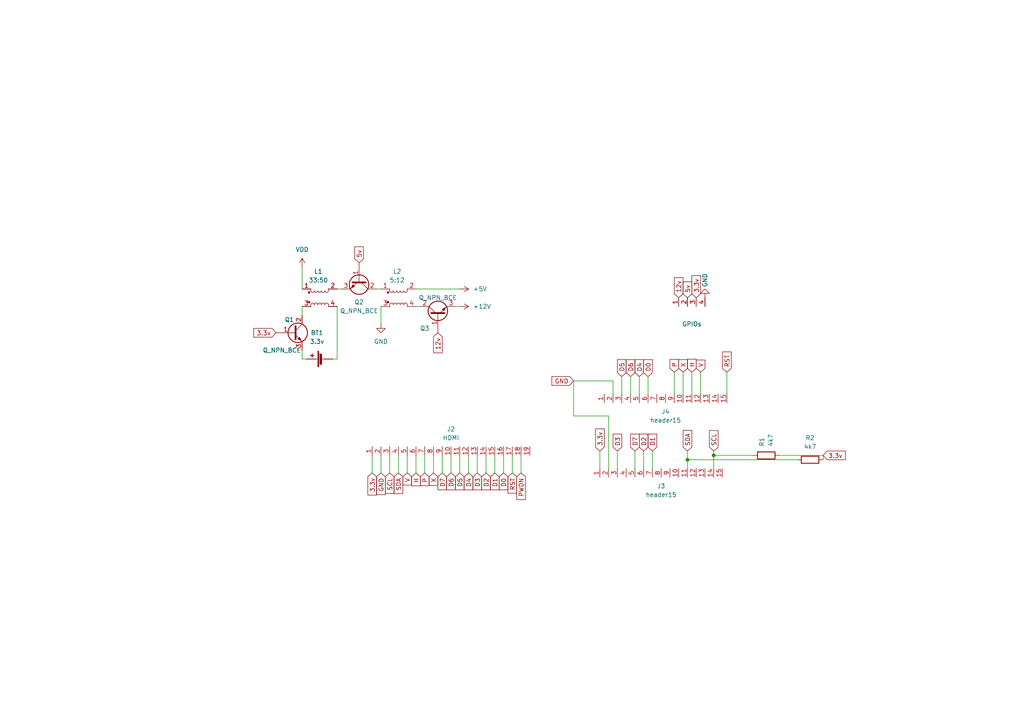
<source format=kicad_sch>
(kicad_sch (version 20211123) (generator eeschema)
  (paper "A4")
  (lib_symbols
    (symbol "Device:Battery_Cell" (pin_numbers hide) (pin_names (offset 0) hide)
      (property "Reference" "BT" (at 2.54 2.54 0))
      (property "Value" "Battery_Cell" (at 2.54 0 0))
      (symbol "Battery_Cell_0_1"
        (rectangle (start -2.286 1.778) (end 2.286 1.524) (fill (type outline)))
        (rectangle (start -1.5748 1.1938) (end 1.4732 0.6858) (fill (type outline)))
        (polyline (pts (xy 0 0.762) (xy 0 0)))
        (polyline (pts (xy 0 1.778) (xy 0 2.54)))
        (polyline (pts (xy 0.508 3.429) (xy 1.524 3.429)) (stroke (width 0.254)))
        (polyline (pts (xy 1.016 3.937) (xy 1.016 2.921)) (stroke (width 0.254)))
      )
      (symbol "Battery_Cell_1_1"
        (pin passive line (at 0 5.08 270) (length 2.54) (name "+") (number "1"))
        (pin passive line (at 0 -2.54 90) (length 2.54) (name "-") (number "2"))
      )
    )
    (symbol "Device:L_Coupled" (pin_names (offset 0.254) hide)
      (property "Reference" "L" (at 0 4.445 0))
      (property "Value" "L_Coupled" (at 0 -4.445 0))
      (symbol "L_Coupled_0_1"
        (circle (center -3.048 -1.27) (radius 0.254) (fill (type outline)))
        (circle (center -3.048 1.524) (radius 0.254) (fill (type outline)))
        (arc (start -2.54 2.032) (mid -2.032 1.524) (end -1.524 2.032))
        (arc (start -1.524 -2.032) (mid -2.032 -1.524) (end -2.54 -2.032))
        (arc (start -1.524 2.032) (mid -1.016 1.524) (end -0.508 2.032))
        (arc (start -0.508 -2.032) (mid -1.016 -1.524) (end -1.524 -2.032))
        (arc (start -0.508 2.032) (mid 0 1.524) (end 0.508 2.032))
        (polyline (pts (xy -2.54 -2.032) (xy -2.54 -2.54)))
        (polyline (pts (xy -2.54 2.032) (xy -2.54 2.54)))
        (polyline (pts (xy 2.54 -2.032) (xy 2.54 -2.54)))
        (polyline (pts (xy 2.54 2.54) (xy 2.54 2.032)))
        (arc (start 0.508 -2.032) (mid 0 -1.524) (end -0.508 -2.032))
        (arc (start 0.508 2.032) (mid 1.016 1.524) (end 1.524 2.032))
        (arc (start 1.524 -2.032) (mid 1.016 -1.524) (end 0.508 -2.032))
        (arc (start 1.524 2.032) (mid 2.032 1.524) (end 2.54 2.032))
        (arc (start 2.54 -2.032) (mid 2.032 -1.524) (end 1.524 -2.032))
      )
      (symbol "L_Coupled_1_1"
        (pin passive line (at -5.08 2.54 0) (length 2.54) (name "1") (number "1"))
        (pin passive line (at 5.08 2.54 180) (length 2.54) (name "2") (number "2"))
        (pin passive line (at -5.08 -2.54 0) (length 2.54) (name "3") (number "3"))
        (pin passive line (at 5.08 -2.54 180) (length 2.54) (name "4") (number "4"))
      )
    )
    (symbol "Device:Q_NPN_BCE" (pin_names (offset 0) hide)
      (property "Reference" "Q" (at 5.08 1.27 0))
      (property "Value" "Q_NPN_BCE" (at 5.08 -1.27 0))
      (symbol "Q_NPN_BCE_0_1"
        (polyline (pts (xy 0.635 0.635) (xy 2.54 2.54)))
        (polyline (pts (xy 0.635 -0.635) (xy 2.54 -2.54) (xy 2.54 -2.54)))
        (polyline (pts (xy 0.635 1.905) (xy 0.635 -1.905) (xy 0.635 -1.905)) (stroke (width 0.508)))
        (polyline (pts (xy 1.27 -1.778) (xy 1.778 -1.27) (xy 2.286 -2.286) (xy 1.27 -1.778) (xy 1.27 -1.778)) (fill (type outline)))
        (circle (center 1.27 0) (radius 2.8194) (stroke (width 0.254)))
      )
      (symbol "Q_NPN_BCE_1_1"
        (pin input line (at -5.08 0 0) (length 5.715) (name "B") (number "1"))
        (pin passive line (at 2.54 5.08 270) (length 2.54) (name "C") (number "2"))
        (pin passive line (at 2.54 -5.08 90) (length 2.54) (name "E") (number "3"))
      )
    )
    (symbol "Device:R" (pin_numbers hide) (pin_names (offset 0))
      (property "Reference" "R" (at 2.032 0 90))
      (property "Value" "R" (at 0 0 90))
      (symbol "R_0_1"
        (rectangle (start -1.016 -2.54) (end 1.016 2.54) (stroke (width 0.254)))
      )
      (symbol "R_1_1"
        (pin passive line (at 0 3.81 270) (length 1.27) (name "~") (number "1"))
        (pin passive line (at 0 -3.81 90) (length 1.27) (name "~") (number "2"))
      )
    )
    (symbol "Header:HDMI" (pin_names (offset 1.016))
      (property "Reference" "J" (at 0 -7.62 0))
      (property "Value" "HDMI" (at 0 3.81 0))
      (symbol "HDMI_1_1"
        (pin input line (at -22.86 -1.27 90) (length 2.54) (name "~") (number "1"))
        (pin input line (at 0 -1.27 90) (length 2.54) (name "~") (number "10"))
        (pin input line (at 2.54 -1.27 90) (length 2.54) (name "~") (number "11"))
        (pin input line (at 5.08 -1.27 90) (length 2.54) (name "~") (number "12"))
        (pin input line (at 7.62 -1.27 90) (length 2.54) (name "~") (number "13"))
        (pin input line (at 10.16 -1.27 90) (length 2.54) (name "~") (number "14"))
        (pin input line (at 12.7 -1.27 90) (length 2.54) (name "~") (number "15"))
        (pin input line (at 15.24 -1.27 90) (length 2.54) (name "~") (number "16"))
        (pin input line (at 17.78 -1.27 90) (length 2.54) (name "~") (number "17"))
        (pin input line (at 20.32 -1.27 90) (length 2.54) (name "~") (number "18"))
        (pin input line (at 22.86 -1.27 90) (length 2.54) (name "~") (number "19"))
        (pin input line (at -20.32 -1.27 90) (length 2.54) (name "~") (number "2"))
        (pin input line (at -17.78 -1.27 90) (length 2.54) (name "~") (number "3"))
        (pin input line (at -15.24 -1.27 90) (length 2.54) (name "~") (number "4"))
        (pin input line (at -12.7 -1.27 90) (length 2.54) (name "~") (number "5"))
        (pin input line (at -10.16 -1.27 90) (length 2.54) (name "~") (number "6"))
        (pin input line (at -7.62 -1.27 90) (length 2.54) (name "~") (number "7"))
        (pin input line (at -5.08 -1.27 90) (length 2.54) (name "~") (number "8"))
        (pin input line (at -2.54 -1.27 90) (length 2.54) (name "~") (number "9"))
      )
    )
    (symbol "Header:header15" (pin_names (offset 1.016))
      (property "Reference" "J" (at 0 8.89 0))
      (property "Value" "header15" (at -1.27 -2.54 0))
      (symbol "header15_1_1"
        (pin input line (at -17.78 3.81 270) (length 2.54) (name "~") (number "1"))
        (pin input line (at 5.08 3.81 270) (length 2.54) (name "~") (number "10"))
        (pin input line (at 7.62 3.81 270) (length 2.54) (name "~") (number "11"))
        (pin input line (at 10.16 3.81 270) (length 2.54) (name "~") (number "12"))
        (pin input line (at 12.7 3.81 270) (length 2.54) (name "~") (number "13"))
        (pin input line (at 15.24 3.81 270) (length 2.54) (name "~") (number "14"))
        (pin input line (at 17.78 3.81 270) (length 2.54) (name "~") (number "15"))
        (pin input line (at -15.24 3.81 270) (length 2.54) (name "~") (number "2"))
        (pin input line (at -12.7 3.81 270) (length 2.54) (name "~") (number "3"))
        (pin input line (at -10.16 3.81 270) (length 2.54) (name "~") (number "4"))
        (pin input line (at -7.62 3.81 270) (length 2.54) (name "~") (number "5"))
        (pin input line (at -5.08 3.81 270) (length 2.54) (name "~") (number "6"))
        (pin input line (at -2.54 3.81 270) (length 2.54) (name "~") (number "7"))
        (pin input line (at 0 3.81 270) (length 2.54) (name "~") (number "8"))
        (pin input line (at 2.54 3.81 270) (length 2.54) (name "~") (number "9"))
      )
    )
    (symbol "Header:header4" (pin_names (offset 1.016))
      (property "Reference" "J" (at 0 -3.81 0))
      (property "Value" "header4" (at 0 6.35 0))
      (symbol "header4_1_1"
        (pin input line (at -3.81 1.27 270) (length 2.54) (name "~") (number "1"))
        (pin input line (at -1.27 1.27 270) (length 2.54) (name "~") (number "2"))
        (pin input line (at 1.27 1.27 270) (length 2.54) (name "~") (number "3"))
        (pin input line (at 3.81 1.27 270) (length 2.54) (name "~") (number "4"))
      )
    )
    (symbol "power:+12V" (power) (pin_names (offset 0))
      (property "Value" "+12V" (at 0 3.556 0))
      (symbol "+12V_0_1"
        (polyline (pts (xy -0.762 1.27) (xy 0 2.54)))
        (polyline (pts (xy 0 0) (xy 0 2.54)))
        (polyline (pts (xy 0 2.54) (xy 0.762 1.27)))
      )
      (symbol "+12V_1_1"
        (pin power_in line (at 0 0 90) (length 0) hide (name "+12V") (number "1"))
      )
    )
    (symbol "power:+5V" (power) (pin_names (offset 0))
      (property "Value" "+5V" (at 0 3.556 0))
      (symbol "+5V_0_1"
        (polyline (pts (xy -0.762 1.27) (xy 0 2.54)))
        (polyline (pts (xy 0 0) (xy 0 2.54)))
        (polyline (pts (xy 0 2.54) (xy 0.762 1.27)))
      )
      (symbol "+5V_1_1"
        (pin power_in line (at 0 0 90) (length 0) hide (name "+5V") (number "1"))
      )
    )
    (symbol "power:GND" (power) (pin_names (offset 0))
      (property "Value" "GND" (at 0 -3.81 0))
      (symbol "GND_0_1"
        (polyline (pts (xy 0 0) (xy 0 -1.27) (xy 1.27 -1.27) (xy 0 -2.54) (xy -1.27 -1.27) (xy 0 -1.27)))
      )
      (symbol "GND_1_1"
        (pin power_in line (at 0 0 270) (length 0) hide (name "GND") (number "1"))
      )
    )
    (symbol "power:VDD" (power) (pin_names (offset 0))
      (property "Value" "VDD" (at 0 3.81 0))
      (symbol "VDD_0_1"
        (polyline (pts (xy -0.762 1.27) (xy 0 2.54)))
        (polyline (pts (xy 0 0) (xy 0 2.54)))
        (polyline (pts (xy 0 2.54) (xy 0.762 1.27)))
      )
      (symbol "VDD_1_1"
        (pin power_in line (at 0 0 90) (length 0) hide (name "VDD") (number "1"))
      )
    )
  )
  (junction (at 199.39 133.35))
  (junction (at 207.01 132.08))
  (wire (pts (xy 107.95 132.08) (xy 107.95 137.16)))
  (wire (pts (xy 185.42 109.22) (xy 185.42 114.3)))
  (wire (pts (xy 177.8 110.49) (xy 166.37 110.49)))
  (wire (pts (xy 113.03 132.08) (xy 113.03 137.16)))
  (wire (pts (xy 125.73 132.08) (xy 125.73 137.16)))
  (wire (pts (xy 207.01 132.08) (xy 218.44 132.08)))
  (wire (pts (xy 176.53 120.65) (xy 166.37 120.65)))
  (wire (pts (xy 180.34 109.22) (xy 180.34 114.3)))
  (wire (pts (xy 128.27 132.08) (xy 128.27 137.16)))
  (wire (pts (xy 198.12 107.95) (xy 198.12 114.3)))
  (wire (pts (xy 200.66 107.95) (xy 200.66 114.3)))
  (wire (pts (xy 135.89 132.08) (xy 135.89 137.16)))
  (wire (pts (xy 210.82 107.95) (xy 210.82 114.3)))
  (wire (pts (xy 199.39 130.81) (xy 199.39 133.35)))
  (wire (pts (xy 203.2 107.95) (xy 203.2 114.3)))
  (wire (pts (xy 176.53 135.89) (xy 176.53 120.65)))
  (wire (pts (xy 120.65 83.82) (xy 133.35 83.82)))
  (wire (pts (xy 123.19 132.08) (xy 123.19 137.16)))
  (wire (pts (xy 195.58 107.95) (xy 195.58 114.3)))
  (wire (pts (xy 182.88 109.22) (xy 182.88 114.3)))
  (wire (pts (xy 173.99 130.81) (xy 173.99 135.89)))
  (wire (pts (xy 187.96 109.22) (xy 187.96 114.3)))
  (wire (pts (xy 109.22 83.82) (xy 110.49 83.82)))
  (wire (pts (xy 146.05 132.08) (xy 146.05 137.16)))
  (wire (pts (xy 118.11 132.08) (xy 118.11 137.16)))
  (wire (pts (xy 186.69 130.81) (xy 186.69 135.89)))
  (wire (pts (xy 120.65 132.08) (xy 120.65 137.16)))
  (wire (pts (xy 226.06 132.08) (xy 238.76 132.08)))
  (wire (pts (xy 148.59 132.08) (xy 148.59 137.16)))
  (wire (pts (xy 97.79 104.14) (xy 96.52 104.14)))
  (wire (pts (xy 130.81 132.08) (xy 130.81 137.16)))
  (wire (pts (xy 87.63 104.14) (xy 88.9 104.14)))
  (wire (pts (xy 166.37 120.65) (xy 166.37 110.49)))
  (wire (pts (xy 143.51 132.08) (xy 143.51 137.16)))
  (wire (pts (xy 115.57 132.08) (xy 115.57 137.16)))
  (wire (pts (xy 120.65 88.9) (xy 121.92 88.9)))
  (wire (pts (xy 199.39 133.35) (xy 231.14 133.35)))
  (wire (pts (xy 184.15 130.81) (xy 184.15 135.89)))
  (wire (pts (xy 177.8 114.3) (xy 177.8 110.49)))
  (wire (pts (xy 207.01 132.08) (xy 207.01 135.89)))
  (wire (pts (xy 87.63 77.47) (xy 87.63 83.82)))
  (wire (pts (xy 133.35 132.08) (xy 133.35 137.16)))
  (wire (pts (xy 238.76 132.08) (xy 238.76 133.35)))
  (wire (pts (xy 189.23 130.81) (xy 189.23 135.89)))
  (wire (pts (xy 110.49 88.9) (xy 110.49 93.98)))
  (wire (pts (xy 87.63 101.6) (xy 87.63 104.14)))
  (wire (pts (xy 110.49 132.08) (xy 110.49 137.16)))
  (wire (pts (xy 97.79 83.82) (xy 99.06 83.82)))
  (wire (pts (xy 140.97 132.08) (xy 140.97 137.16)))
  (wire (pts (xy 151.13 132.08) (xy 151.13 137.16)))
  (wire (pts (xy 207.01 130.81) (xy 207.01 132.08)))
  (wire (pts (xy 138.43 132.08) (xy 138.43 137.16)))
  (wire (pts (xy 97.79 88.9) (xy 97.79 104.14)))
  (wire (pts (xy 199.39 133.35) (xy 199.39 135.89)))
  (wire (pts (xy 87.63 88.9) (xy 87.63 91.44)))
  (wire (pts (xy 132.08 88.9) (xy 133.35 88.9)))
  (wire (pts (xy 179.07 130.81) (xy 179.07 135.89)))
  (global_label "D1" (shape input) (at 143.51 137.16 270) (property "插入图纸页参考" "${INTERSHEET_REFS}" (effects hide)))
  (global_label "SDA" (shape input) (at 199.39 130.81 90) (property "插入图纸页参考" "${INTERSHEET_REFS}" (effects hide)))
  (global_label "V" (shape input) (at 203.2 107.95 90) (property "插入图纸页参考" "${INTERSHEET_REFS}" (effects hide)))
  (global_label "5v" (shape input) (at 104.14 76.2 90) (property "插入图纸页参考" "${INTERSHEET_REFS}" (effects hide)))
  (global_label "D2" (shape input) (at 186.69 130.81 90) (property "插入图纸页参考" "${INTERSHEET_REFS}" (effects hide)))
  (global_label "3.3v" (shape input) (at 80.01 96.52 180) (property "插入图纸页参考" "${INTERSHEET_REFS}" (effects hide)))
  (global_label "D3" (shape input) (at 138.43 137.16 270) (property "插入图纸页参考" "${INTERSHEET_REFS}" (effects hide)))
  (global_label "D6" (shape input) (at 182.88 109.22 90) (property "插入图纸页参考" "${INTERSHEET_REFS}" (effects hide)))
  (global_label "H" (shape input) (at 120.65 137.16 270) (property "插入图纸页参考" "${INTERSHEET_REFS}" (effects hide)))
  (global_label "SDA" (shape input) (at 115.57 137.16 270) (property "插入图纸页参考" "${INTERSHEET_REFS}" (effects hide)))
  (global_label "RST" (shape input) (at 210.82 107.95 90) (property "插入图纸页参考" "${INTERSHEET_REFS}" (effects hide)))
  (global_label "D0" (shape input) (at 187.96 109.22 90) (property "插入图纸页参考" "${INTERSHEET_REFS}" (effects hide)))
  (global_label "D4" (shape input) (at 185.42 109.22 90) (property "插入图纸页参考" "${INTERSHEET_REFS}" (effects hide)))
  (global_label "D3" (shape input) (at 179.07 130.81 90) (property "插入图纸页参考" "${INTERSHEET_REFS}" (effects hide)))
  (global_label "SCL" (shape input) (at 113.03 137.16 270) (property "插入图纸页参考" "${INTERSHEET_REFS}" (effects hide)))
  (global_label "D5" (shape input) (at 180.34 109.22 90) (property "插入图纸页参考" "${INTERSHEET_REFS}" (effects hide)))
  (global_label "H" (shape input) (at 200.66 107.95 90) (property "插入图纸页参考" "${INTERSHEET_REFS}" (effects hide)))
  (global_label "3.3v" (shape input) (at 107.95 137.16 270) (property "插入图纸页参考" "${INTERSHEET_REFS}" (effects hide)))
  (global_label "X" (shape input) (at 198.12 107.95 90) (property "插入图纸页参考" "${INTERSHEET_REFS}" (effects hide)))
  (global_label "D7" (shape input) (at 184.15 130.81 90) (property "插入图纸页参考" "${INTERSHEET_REFS}" (effects hide)))
  (global_label "D6" (shape input) (at 130.81 137.16 270) (property "插入图纸页参考" "${INTERSHEET_REFS}" (effects hide)))
  (global_label "X" (shape input) (at 125.73 137.16 270) (property "插入图纸页参考" "${INTERSHEET_REFS}" (effects hide)))
  (global_label "RST" (shape input) (at 148.59 137.16 270) (property "插入图纸页参考" "${INTERSHEET_REFS}" (effects hide)))
  (global_label "D1" (shape input) (at 189.23 130.81 90) (property "插入图纸页参考" "${INTERSHEET_REFS}" (effects hide)))
  (global_label "GND" (shape input) (at 110.49 137.16 270) (property "插入图纸页参考" "${INTERSHEET_REFS}" (effects hide)))
  (global_label "V" (shape input) (at 118.11 137.16 270) (property "插入图纸页参考" "${INTERSHEET_REFS}" (effects hide)))
  (global_label "3.3v" (shape input) (at 201.93 86.36 90) (property "插入图纸页参考" "${INTERSHEET_REFS}" (effects hide)))
  (global_label "P" (shape input) (at 195.58 107.95 90) (property "插入图纸页参考" "${INTERSHEET_REFS}" (effects hide)))
  (global_label "D2" (shape input) (at 140.97 137.16 270) (property "插入图纸页参考" "${INTERSHEET_REFS}" (effects hide)))
  (global_label "SCL" (shape input) (at 207.01 130.81 90) (property "插入图纸页参考" "${INTERSHEET_REFS}" (effects hide)))
  (global_label "12v" (shape input) (at 196.85 86.36 90) (property "插入图纸页参考" "${INTERSHEET_REFS}" (effects hide)))
  (global_label "D7" (shape input) (at 128.27 137.16 270) (property "插入图纸页参考" "${INTERSHEET_REFS}" (effects hide)))
  (global_label "P" (shape input) (at 123.19 137.16 270) (property "插入图纸页参考" "${INTERSHEET_REFS}" (effects hide)))
  (global_label "D4" (shape input) (at 135.89 137.16 270) (property "插入图纸页参考" "${INTERSHEET_REFS}" (effects hide)))
  (global_label "GND" (shape input) (at 166.37 110.49 180) (property "插入图纸页参考" "${INTERSHEET_REFS}" (effects hide)))
  (global_label "PWDN" (shape input) (at 151.13 137.16 270) (property "插入图纸页参考" "${INTERSHEET_REFS}" (effects hide)))
  (global_label "5v" (shape input) (at 199.39 86.36 90) (property "插入图纸页参考" "${INTERSHEET_REFS}" (effects hide)))
  (global_label "3.3v" (shape input) (at 173.99 130.81 90) (property "插入图纸页参考" "${INTERSHEET_REFS}" (effects hide)))
  (global_label "3.3v" (shape input) (at 238.76 132.08 0) (property "插入图纸页参考" "${INTERSHEET_REFS}" (effects hide)))
  (global_label "D0" (shape input) (at 146.05 137.16 270) (property "插入图纸页参考" "${INTERSHEET_REFS}" (effects hide)))
  (global_label "12v" (shape input) (at 127 96.52 270) (property "插入图纸页参考" "${INTERSHEET_REFS}" (effects hide)))
  (global_label "D5" (shape input) (at 133.35 137.16 270) (property "插入图纸页参考" "${INTERSHEET_REFS}" (effects hide)))
  (symbol (lib_id "Device:Q_NPN_BCE") (at 127 91.44 90) (unit 1)
    (property "Reference" "Q3" (at 123.19 95.25 90))
    (property "Value" "Q_NPN_BCE" (at 127 86.36 90))
  )
  (symbol (lib_id "Device:R") (at 234.95 133.35 90) (unit 1)
    (property "Reference" "R2" (at 234.95 127 90))
    (property "Value" "4k7" (at 234.95 129.54 90))
    (property "Footprint" "Resistor_SMD:R_0603_1608Metric" (effects hide))
  )
  (symbol (lib_id "Device:Q_NPN_BCE") (at 85.09 96.52 0) (unit 1)
    (property "Reference" "Q1" (at 82.55 92.71 0) (effects (justify left)))
    (property "Value" "Q_NPN_BCE" (at 76.2 101.6 0) (effects (justify left)))
    (property "Footprint" "ESP32-footprints-Lib:Dpak" (effects hide))
  )
  (symbol (lib_id "power:VDD") (at 87.63 77.47 0) (unit 1)
    (property "Reference" "#PWR0104" (effects hide))
    (property "Value" "VDD" (at 87.63 72.39 0))
  )
  (symbol (lib_id "power:GND") (at 204.47 86.36 180) (unit 1)
    (property "Reference" "#PWR0105" (effects hide))
    (property "Value" "GND" (at 204.47 81.28 90))
  )
  (symbol (lib_id "power:+5V") (at 133.35 83.82 270) (unit 1)
    (property "Reference" "#PWR0101" (effects hide))
    (property "Value" "+5V" (at 137.16 83.8199 90) (effects (justify left)))
  )
  (symbol (lib_id "Device:L_Coupled") (at 115.57 86.36 0) (unit 1)
    (property "Reference" "L2" (at 115.189 78.74 0))
    (property "Value" "5:12" (at 115.189 81.28 0))
  )
  (symbol (lib_id "Header:header15") (at 191.77 139.7 0) (unit 1)
    (property "Reference" "J3" (at 191.77 140.97 0))
    (property "Value" "header15" (at 191.77 143.51 0))
    (property "Footprint" "Connector_PinHeader_2.54mm:PinHeader_1x15_P2.54mm_Horizontal" (effects hide))
  )
  (symbol (lib_id "Header:header15") (at 193.04 118.11 0) (unit 1)
    (property "Reference" "J4" (at 193.04 119.38 0))
    (property "Value" "header15" (at 193.04 121.92 0))
    (property "Footprint" "Connector_PinHeader_2.54mm:PinHeader_1x15_P2.54mm_Horizontal" (effects hide))
  )
  (symbol (lib_id "power:GND") (at 110.49 93.98 0) (unit 1)
    (property "Reference" "#PWR0103" (effects hide))
    (property "Value" "GND" (at 110.49 99.06 0))
  )
  (symbol (lib_id "power:+12V") (at 133.35 88.9 270) (unit 1)
    (property "Reference" "#PWR0102" (effects hide))
    (property "Value" "+12V" (at 137.16 88.8999 90) (effects (justify left)))
  )
  (symbol (lib_id "Device:L_Coupled") (at 92.71 86.36 0) (unit 1)
    (property "Reference" "L1" (at 92.329 78.74 0))
    (property "Value" "33:50" (at 92.329 81.28 0))
  )
  (symbol (lib_id "Device:Battery_Cell") (at 93.98 104.14 90) (unit 1)
    (property "Reference" "BT1" (at 91.948 96.52 90))
    (property "Value" "3.3v" (at 91.948 99.06 90))
  )
  (symbol (lib_id "Device:Q_NPN_BCE") (at 104.14 81.28 270) (unit 1)
    (property "Reference" "Q2" (at 104.14 87.63 90))
    (property "Value" "Q_NPN_BCE" (at 104.14 90.17 90))
  )
  (symbol (lib_id "Device:R") (at 222.25 132.08 90) (unit 1)
    (property "Reference" "R1" (at 220.9799 129.54 0) (effects (justify left)))
    (property "Value" "4k7" (at 223.5199 129.54 0) (effects (justify left)))
    (property "Footprint" "Resistor_SMD:R_0603_1608Metric" (effects hide))
  )
  (symbol (lib_id "Header:HDMI") (at 130.81 130.81 0) (unit 1)
    (property "Reference" "J2" (at 130.81 124.46 0))
    (property "Value" "HDMI" (at 130.81 127 0))
    (property "Footprint" "Connector_PinSocket_2.54mm:PinSocket_2x09_P2.54mm_Vertical" (effects hide))
  )
  (symbol (lib_id "Header:header4") (at 200.66 87.63 0) (unit 1)
    (property "Reference" "J1" (at 200.66 91.44 0))
    (property "Value" "GPIOs" (at 200.66 93.98 0))
    (property "Footprint" "Connector_PinHeader_2.54mm:PinHeader_1x04_P2.54mm_Vertical_SMD_Pin1Left" (effects hide))
    (property "Reference" "J1" (effects hide))
    (property "Value" "GPIOs" (effects hide))
  )
)
</source>
